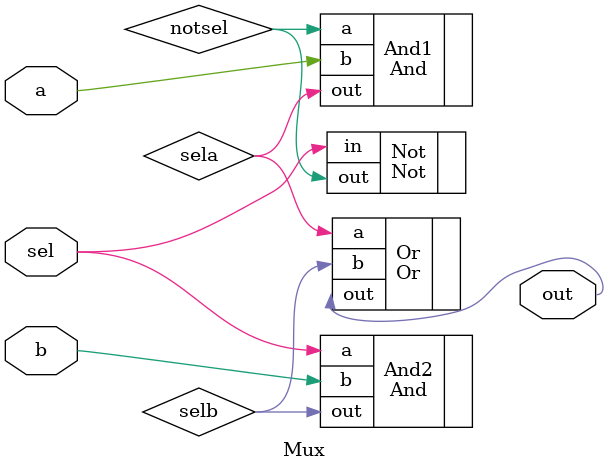
<source format=v>
module Mux(
	input a,
	input b,
	input sel,
	output out
);

	wire notsel;
	wire sela;
	wire selb;
	Not Not(.in(sel), .out(notsel));
	And And1(.a(notsel), .b(a), .out(sela));
	And And2(.a(sel), .b(b), .out(selb));
	Or Or(.a(sela), .b(selb), .out(out));

endmodule

</source>
